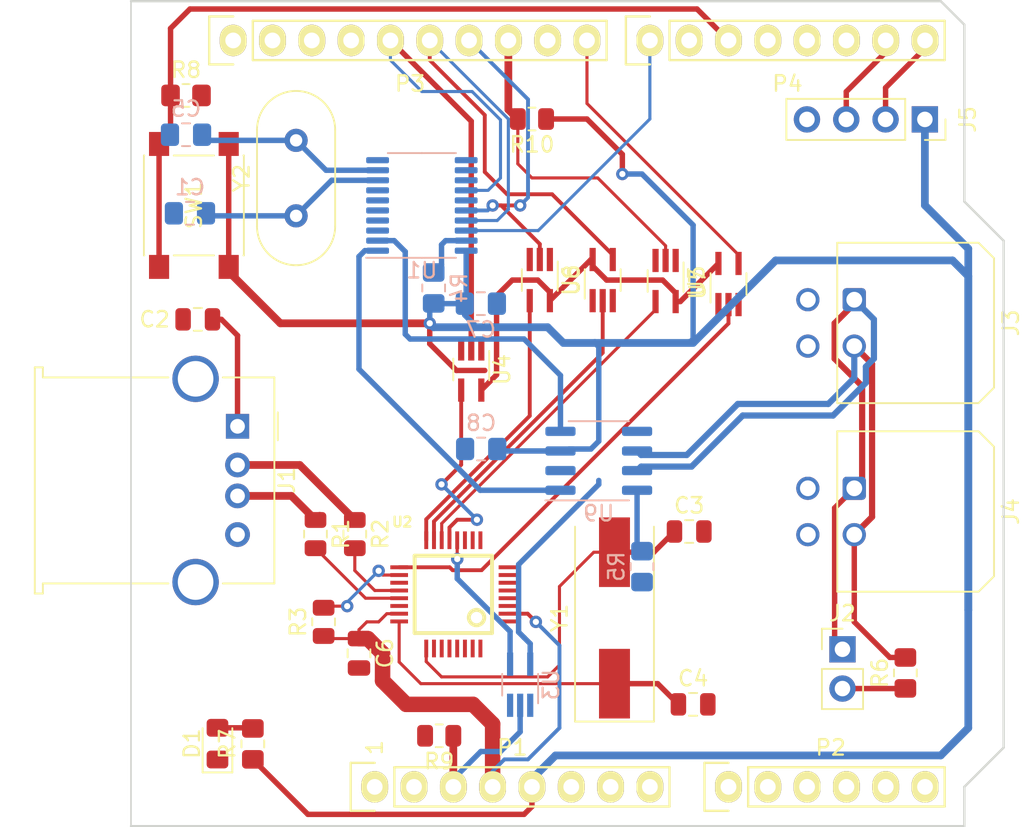
<source format=kicad_pcb>
(kicad_pcb (version 20211014) (generator pcbnew)
  (layers (0 "F.Cu" signal) (31 "B.Cu" signal) (34 "B.Paste" user) (35 "F.Paste" user) (36 "B.SilkS" user "B.Silkscreen") (37 "F.SilkS" user "F.Silkscreen") (38 "B.Mask" user) (39 "F.Mask" user) (44 "Edge.Cuts" user))
  (net 0 "")
  (net 1 "Net-(C1-Pad1)")
  (net 2 "GND")
  (net 3 "/USB_VBUS")
  (net 4 "/X0")
  (net 5 "/X1")
  (net 6 "Net-(C5-Pad1)")
  (net 7 "+3V3")
  (net 8 "+5V")
  (net 9 "Net-(D1-Pad2)")
  (net 10 "Net-(J1-Pad2)")
  (net 11 "Net-(J1-Pad3)")
  (net 13 "/CAN+")
  (net 14 "Net-(J2-Pad2)")
  (net 15 "/CAN-")
  (net 18 "/0(Rx)")
  (net 19 "/1(Tx)")
  (net 20 "Net-(R1-Pad2)")
  (net 21 "Net-(R2-Pad2)")
  (net 22 "Net-(R3-Pad2)")
  (net 23 "Net-(R4-Pad2)")
  (net 24 "Net-(R5-Pad1)")
  (net 25 "/5(**)")
  (net 26 "/Reset")
  (net 27 "/10(**{slash}SS)")
  (net 28 "/CAN_Tx")
  (net 29 "/CAN_Rx")
  (net 38 "/13(SCK)")
  (net 40 "/11(**{slash}MOSI)")
  (net 41 "/12(MISO)")
  (net 42 "/7")
  (net 52 "/Res_3.3")
  (net 53 "/3.3_CLK")
  (net 54 "/3.3_SS")
  (net 55 "/3.3_MISO")
  (net 56 "/3.3_MOSI")
  (net 57 "/3.3_GPX")
  (net 67 "/8")
  (net 70 "/IOREF")
  (net 71 "/Vin")
  (net 72 "/A0")
  (net 73 "/A1")
  (net 74 "/A2")
  (net 75 "/A3")
  (net 76 "/A4(SDA)")
  (net 77 "/A5(SCL)")
  (net 80 "/AREF")
  (net 81 "/9(**)")
  (net 82 "/6(**)")
  (net 83 "/4")
  (net 84 "/3(**)")
  (net 85 "/2")
  (footprint "Crystal:Crystal_SMD_HC49-SD" (layer "F.Cu") (at 117.094 150.114 90)
    (fp_text reference "Y1")
    (fp_text value "Crystal_Small")
  )
  (footprint "Package_TO_SOT_SMD:SOT-353_SC-70-5_Handsoldering" (layer "F.Cu") (at 124.46 128.524 90)
    (fp_text reference "U7")
    (fp_text value "74LVC1G125")
  )
  (footprint "Capacitor_SMD:C_0805_2012Metric" (layer "F.Cu") (at 100.584 152.4 -90)
    (fp_text reference "C6")
    (fp_text value "100nF")
  )
  (footprint "Button_Switch_SMD:SW_Push_1P1T_NO_6x6mm_H9.5mm" (layer "F.Cu") (at 89.916 123.444 90)
    (fp_text reference "SW1")
    (fp_text value "User")
  )
  (footprint "Socket_Arduino_Uno:Socket_Strip_Arduino_1x10" (layer "F.Cu") (at 92.456 112.776)
    (fp_text reference "P3")
    (fp_text value "Digital")
  )
  (footprint "Socket_Arduino_Uno:Socket_Strip_Arduino_1x06" (layer "F.Cu") (at 124.46 161.036)
    (fp_text reference "P2")
    (fp_text value "Analog")
  )
  (footprint "Package_TO_SOT_SMD:SOT-353_SC-70-5_Handsoldering" (layer "F.Cu") (at 120.396 128.33 -90)
    (fp_text reference "U5")
    (fp_text value "74LVC1G125")
  )
  (footprint "Capacitor_SMD:C_0805_2012Metric" (layer "F.Cu") (at 90.17 130.81 180)
    (fp_text reference "C2")
    (fp_text value "4.7uF")
  )
  (footprint "Socket_Arduino_Uno:Socket_Strip_Arduino_1x08" (layer "F.Cu") (at 119.38 112.776)
    (fp_text reference "P4")
    (fp_text value "Digital")
  )
  (footprint "PolyuRobotics:TQFP32-5MM" (layer "F.Cu") (at 106.68 148.59 180)
    (fp_text reference "U2")
    (fp_text value "MAX3421E")
  )
  (footprint "Resistor_SMD:R_0805_2012Metric_Pad1.20x1.40mm_HandSolder" (layer "F.Cu") (at 135.89 153.67 90)
    (fp_text reference "R6")
    (fp_text value "120")
  )
  (footprint "Resistor_SMD:R_0805_2012Metric" (layer "F.Cu") (at 98.298 150.368 90)
    (fp_text reference "R3")
    (fp_text value "2.2K")
  )
  (footprint "Connector_Molex:Molex_Micro-Fit_3.0_43045-0400_2x02_P3.00mm_Horizontal" (layer "F.Cu") (at 132.588 141.732 -90)
    (fp_text reference "J4")
    (fp_text value "molex_3.0")
  )
  (footprint "Connector_Molex:Molex_Micro-Fit_3.0_43045-0400_2x02_P3.00mm_Horizontal" (layer "F.Cu") (at 132.588 129.54 -90)
    (fp_text reference "J3")
    (fp_text value "molex_3.0")
  )
  (footprint "Resistor_SMD:R_0805_2012Metric" (layer "F.Cu") (at 97.774 144.6925 -90)
    (fp_text reference "R1")
    (fp_text value "33")
  )
  (footprint "Connector_USB:USB_A_Molex_67643_Horizontal" (layer "F.Cu") (at 92.736 137.724 -90)
    (fp_text reference "J1")
    (fp_text value "USB_A")
  )
  (footprint "Package_TO_SOT_SMD:SOT-353_SC-70-5_Handsoldering" (layer "F.Cu") (at 116.332 128.27 90)
    (fp_text reference "U8")
    (fp_text value "74LVC1G125")
  )
  (footprint "Capacitor_SMD:C_0805_2012Metric" (layer "F.Cu") (at 121.92 144.526)
    (fp_text reference "C3")
    (fp_text value "18pF")
  )
  (footprint "Crystal:Crystal_HC49-U_Vertical" (layer "F.Cu") (at 96.52 124.116 90)
    (fp_text reference "Y2")
    (fp_text value "16MHz")
  )
  (footprint "Resistor_SMD:R_0805_2012Metric_Pad1.20x1.40mm_HandSolder" (layer "F.Cu") (at 89.408 116.332)
    (fp_text reference "R8")
    (fp_text value "10K")
  )
  (footprint "Resistor_SMD:R_0805_2012Metric" (layer "F.Cu") (at 100.314 144.6925 -90)
    (fp_text reference "R2")
    (fp_text value "33")
  )
  (footprint "LED_SMD:LED_0805_2012Metric_Pad1.15x1.40mm_HandSolder" (layer "F.Cu") (at 91.44 158.242 90)
    (fp_text reference "D1")
    (fp_text value "power")
  )
  (footprint "Resistor_SMD:R_0805_2012Metric" (layer "F.Cu") (at 111.76 117.856 180)
    (fp_text reference "R10")
    (fp_text value "10K")
  )
  (footprint "Connector_PinHeader_2.54mm:PinHeader_1x02_P2.54mm_Vertical" (layer "F.Cu") (at 131.826 152.141)
    (fp_text reference "J2")
    (fp_text value "jumper")
  )
  (footprint "Package_TO_SOT_SMD:SOT-353_SC-70-5_Handsoldering" (layer "F.Cu") (at 107.838 134.052 -90)
    (fp_text reference "U4")
    (fp_text value "74LVC1G125")
  )
  (footprint "Package_TO_SOT_SMD:SOT-353_SC-70-5_Handsoldering" (layer "F.Cu") (at 112.268 128.27 -90)
    (fp_text reference "U6")
    (fp_text value "74LVC1G125")
  )
  (footprint "Socket_Arduino_Uno:Socket_Strip_Arduino_1x08" (layer "F.Cu") (at 101.6 161.036)
    (fp_text reference "P1")
    (fp_text value "Power")
  )
  (footprint "Capacitor_SMD:C_0805_2012Metric" (layer "F.Cu") (at 122.174 155.702)
    (fp_text reference "C4")
    (fp_text value "18pF")
  )
  (footprint "Connector_PinSocket_2.54mm:PinSocket_1x04_P2.54mm_Vertical" (layer "F.Cu") (at 137.15 117.881 -90)
    (fp_text reference "J5")
    (fp_text value "UART2")
  )
  (footprint "Resistor_SMD:R_0805_2012Metric" (layer "F.Cu") (at 105.7675 157.734 180)
    (fp_text reference "R9")
    (fp_text value "10K")
  )
  (footprint "Resistor_SMD:R_0805_2012Metric_Pad1.20x1.40mm_HandSolder" (layer "F.Cu") (at 93.726 158.258 90)
    (fp_text reference "R7")
    (fp_text value "10K")
  )
  (footprint "Capacitor_SMD:C_0805_2012Metric_Pad1.18x1.45mm_HandSolder" (layer "B.Cu") (at 89.662 123.952 180)
    (fp_text reference "C1")
    (fp_text value "22pF")
  )
  (footprint "Capacitor_SMD:C_0805_2012Metric_Pad1.18x1.45mm_HandSolder" (layer "B.Cu") (at 89.408 118.872 180)
    (fp_text reference "C5")
    (fp_text value "22pF")
  )
  (footprint "Package_TO_SOT_SMD:SOT-353_SC-70-5_Handsoldering" (layer "B.Cu") (at 110.998 154.432 90)
    (fp_text reference "U3")
    (fp_text value "74LVC1G125")
  )
  (footprint "Package_SO:TSSOP-20_4.4x6.5mm_P0.65mm" (layer "B.Cu") (at 104.648 123.444)
    (fp_text reference "U1")
    (fp_text value "MCP2515-xST")
  )
  (footprint "Package_SO:SOIC-8_3.9x4.9mm_P1.27mm" (layer "B.Cu") (at 116.078 139.954)
    (fp_text reference "U9")
    (fp_text value "MCP2551-I-SN")
  )
  (footprint "Capacitor_SMD:C_0805_2012Metric_Pad1.18x1.45mm_HandSolder" (layer "B.Cu") (at 108.458 129.794)
    (fp_text reference "C7")
    (fp_text value "100nF")
  )
  (footprint "Capacitor_SMD:C_0805_2012Metric_Pad1.18x1.45mm_HandSolder" (layer "B.Cu") (at 108.4795 139.192 180)
    (fp_text reference "C8")
    (fp_text value "100nF")
  )
  (footprint "Resistor_SMD:R_0805_2012Metric_Pad1.20x1.40mm_HandSolder" (layer "B.Cu") (at 118.872 146.796 -90)
    (fp_text reference "R5")
    (fp_text value "17K")
  )
  (footprint "Resistor_SMD:R_0805_2012Metric_Pad1.20x1.40mm_HandSolder" (layer "B.Cu") (at 105.41 128.778 90)
    (fp_text reference "R4")
    (fp_text value "10K")
  )
  (gr_line (start 139.7 161.036) (end 142.24 158.496) (layer "Edge.Cuts") (width 0.15))
  (gr_line (start 142.24 125.73) (end 139.7 123.19) (layer "Edge.Cuts") (width 0.15))
  (gr_line (start 139.7 163.576) (end 139.7 161.036) (layer "Edge.Cuts") (width 0.15))
  (gr_line (start 139.7 111.76) (end 138.176 110.236) (layer "Edge.Cuts") (width 0.15))
  (gr_line (start 85.852 110.236) (end 85.852 163.576) (layer "Edge.Cuts") (width 0.1))
  (gr_line (start 139.7 123.19) (end 139.7 111.76) (layer "Edge.Cuts") (width 0.15))
  (gr_line (start 138.176 110.236) (end 85.852 110.236) (layer "Edge.Cuts") (width 0.15))
  (gr_line (start 142.24 158.496) (end 142.24 125.73) (layer "Edge.Cuts") (width 0.15))
  (gr_line (start 85.852 163.576) (end 139.7 163.576) (layer "Edge.Cuts") (width 0.15))
  (gr_text "1" (at 101.6 158.496 90) (layer "F.SilkS") (effects (font (size 1 1))))
  (segment (start 90.6995 123.952) (end 90.8635 124.116) (width 0.35) (layer "B.Cu") (net 1))
  (segment (start 96.52 124.116) (end 98.817 121.819) (width 0.35) (layer "B.Cu") (net 1))
  (segment (start 98.817 121.819) (end 101.7855 121.819) (width 0.35) (layer "B.Cu") (net 1))
  (segment (start 90.8635 124.116) (end 96.52 124.116) (width 0.35) (layer "B.Cu") (net 1))
  (segment (start 91.694 130.81) (end 92.736 131.852) (width 0.35) (layer "F.Cu") (net 3))
  (segment (start 91.12 130.81) (end 91.694 130.81) (width 0.35) (layer "F.Cu") (net 3))
  (segment (start 92.736 131.852) (end 92.736 137.724) (width 0.35) (layer "F.Cu") (net 3))
  (segment (start 105.918 153.924) (end 112.776 153.924) (width 0.2) (layer "F.Cu") (net 4))
  (segment (start 113.538 153.162) (end 113.538 148.082) (width 0.2) (layer "F.Cu") (net 4))
  (segment (start 120.97 144.526) (end 119.632 145.864) (width 0.35) (layer "F.Cu") (net 4))
  (segment (start 113.538 148.082) (end 115.756 145.864) (width 0.2) (layer "F.Cu") (net 4))
  (segment (start 112.776 153.924) (end 113.538 153.162) (width 0.2) (layer "F.Cu") (net 4))
  (segment (start 104.93 152.09) (end 104.93 152.936) (width 0.2) (layer "F.Cu") (net 4))
  (segment (start 104.93 152.936) (end 105.918 153.924) (width 0.2) (layer "F.Cu") (net 4))
  (segment (start 119.632 145.864) (end 117.094 145.864) (width 0.35) (layer "F.Cu") (net 4))
  (segment (start 115.756 145.864) (end 117.094 145.864) (width 0.2) (layer "F.Cu") (net 4))
  (segment (start 104.58 154.364) (end 117.094 154.364) (width 0.2) (layer "F.Cu") (net 5))
  (segment (start 121.224 155.702) (end 119.886 154.364) (width 0.35) (layer "F.Cu") (net 5))
  (segment (start 103.18 152.964) (end 104.58 154.364) (width 0.2) (layer "F.Cu") (net 5))
  (segment (start 103.18 150.34) (end 103.18 152.964) (width 0.2) (layer "F.Cu") (net 5))
  (segment (start 119.886 154.364) (end 117.094 154.364) (width 0.35) (layer "F.Cu") (net 5))
  (segment (start 98.453 121.169) (end 101.7855 121.169) (width 0.35) (layer "B.Cu") (net 6))
  (segment (start 90.4455 118.872) (end 90.8095 119.236) (width 0.35) (layer "B.Cu") (net 6))
  (segment (start 96.52 119.236) (end 98.453 121.169) (width 0.35) (layer "B.Cu") (net 6))
  (segment (start 90.8095 119.236) (end 96.52 119.236) (width 0.35) (layer "B.Cu") (net 6))
  (segment (start 102.382478 149.84) (end 101.854478 150.368) (width 0.2) (layer "F.Cu") (net 7))
  (segment (start 111.486 149.84) (end 112.014 150.368) (width 0.25) (layer "F.Cu") (net 7))
  (segment (start 109.22 156.972) (end 107.95 155.702) (width 1) (layer "F.Cu") (net 7))
  (segment (start 100.584 150.876) (end 100.584 151.45) (width 0.2) (layer "F.Cu") (net 7))
  (segment (start 107.95 155.702) (end 103.632 155.702) (width 1) (layer "F.Cu") (net 7))
  (segment (start 102.108 154.178) (end 102.108 152.4) (width 1) (layer "F.Cu") (net 7))
  (segment (start 98.4675 151.45) (end 98.298 151.2805) (width 0.2) (layer "F.Cu") (net 7))
  (segment (start 101.092 150.368) (end 100.584 150.876) (width 0.2) (layer "F.Cu") (net 7))
  (segment (start 109.22 161.036) (end 109.22 156.972) (width 1) (layer "F.Cu") (net 7))
  (segment (start 101.158 151.45) (end 100.584 151.45) (width 1) (layer "F.Cu") (net 7))
  (segment (start 100.584 151.45) (end 98.4675 151.45) (width 0.2) (layer "F.Cu") (net 7))
  (segment (start 103.18 149.84) (end 102.382478 149.84) (width 0.2) (layer "F.Cu") (net 7))
  (segment (start 103.632 155.702) (end 102.108 154.178) (width 1) (layer "F.Cu") (net 7))
  (segment (start 101.854478 150.368) (end 101.092 150.368) (width 0.2) (layer "F.Cu") (net 7))
  (segment (start 102.108 152.4) (end 101.158 151.45) (width 1) (layer "F.Cu") (net 7))
  (segment (start 110.18 149.84) (end 111.486 149.84) (width 0.25) (layer "F.Cu") (net 7))
  (via (at 112.014 150.368) (size 0.8) (drill 0.4) (layers "F.Cu" "B.Cu") (net 7))
  (segment (start 109.22 160.02) (end 109.22 161.036) (width 0.25) (layer "B.Cu") (net 7))
  (segment (start 113.538 157.226) (end 111.506 159.258) (width 0.25) (layer "B.Cu") (net 7))
  (segment (start 111.506 159.258) (end 109.982 159.258) (width 0.25) (layer "B.Cu") (net 7))
  (segment (start 109.982 159.258) (end 109.22 160.02) (width 0.25) (layer "B.Cu") (net 7))
  (segment (start 113.538 151.892) (end 113.538 157.226) (width 0.25) (layer "B.Cu") (net 7))
  (segment (start 112.014 150.368) (end 113.538 151.892) (width 0.25) (layer "B.Cu") (net 7))
  (segment (start 112.138 128.27) (end 110.49 128.27) (width 0.35) (layer "F.Cu") (net 8))
  (segment (start 112.918 129.6) (end 112.918 129.05) (width 0.35) (layer "F.Cu") (net 8))
  (segment (start 112.918 129.05) (end 112.138 128.27) (width 0.35) (layer "F.Cu") (net 8))
  (segment (start 115.682 126.94) (end 115.578 126.94) (width 0.35) (layer "F.Cu") (net 8))
  (segment (start 92.166 127.419) (end 92.166 127.726) (width 0.5) (layer "F.Cu") (net 8))
  (segment (start 106.878978 134.112) (end 108.712 134.112) (width 0.35) (layer "F.Cu") (net 8))
  (segment (start 116.586 128.27) (end 115.682 127.366) (width 0.35) (layer "F.Cu") (net 8))
  (segment (start 109.474 134.396) (end 108.488 135.382) (width 0.35) (layer "F.Cu") (net 8))
  (segment (start 92.166 127.419) (end 92.166 127.472) (width 0.35) (layer "F.Cu") (net 8))
  (segment (start 92.166 127.726) (end 95.504 131.064) (width 0.5) (layer "F.Cu") (net 8))
  (segment (start 97.282 162.814) (end 93.726 159.258) (width 0.35) (layer "F.Cu") (net 8))
  (segment (start 121.344 129.66) (end 121.046 129.66) (width 0.35) (layer "F.Cu") (net 8))
  (segment (start 111.76 161.036) (end 111.76 162.306) (width 0.35) (layer "F.Cu") (net 8))
  (segment (start 115.682 127.366) (end 115.682 126.94) (width 0.35) (layer "F.Cu") (net 8))
  (segment (start 117.602 121.412) (end 117.602 120.142) (width 0.35) (layer "F.Cu") (net 8))
  (segment (start 105.156 132.389022) (end 106.878978 134.112) (width 0.35) (layer "F.Cu") (net 8))
  (segment (start 111.252 162.814) (end 97.282 162.814) (width 0.35) (layer "F.Cu") (net 8))
  (segment (start 123.81 127.194) (end 121.344 129.66) (width 0.35) (layer "F.Cu") (net 8))
  (segment (start 110.49 128.27) (end 109.474 129.286) (width 0.35) (layer "F.Cu") (net 8))
  (segment (start 95.504 131.064) (end 105.156 131.064) (width 0.5) (layer "F.Cu") (net 8))
  (segment (start 117.602 120.142) (end 115.316 117.856) (width 0.35) (layer "F.Cu") (net 8))
  (segment (start 120.206 128.27) (end 116.586 128.27) (width 0.35) (layer "F.Cu") (net 8))
  (segment (start 115.578 126.94) (end 112.918 129.6) (width 0.35) (layer "F.Cu") (net 8))
  (segment (start 121.046 129.11) (end 120.206 128.27) (width 0.35) (layer "F.Cu") (net 8))
  (segment (start 92.166 119.469) (end 92.166 127.419) (width 0.35) (layer "F.Cu") (net 8))
  (segment (start 111.76 162.306) (end 111.252 162.814) (width 0.35) (layer "F.Cu") (net 8))
  (segment (start 109.474 129.286) (end 109.474 134.396) (width 0.35) (layer "F.Cu") (net 8))
  (segment (start 121.046 129.66) (end 121.046 129.11) (width 0.35) (layer "F.Cu") (net 8))
  (segment (start 105.156 131.064) (end 105.156 132.389022) (width 0.35) (layer "F.Cu") (net 8))
  (segment (start 115.316 117.856) (end 112.6725 117.856) (width 0.35) (layer "F.Cu") (net 8))
  (via (at 105.156 131.064) (size 0.8) (drill 0.4) (layers "F.Cu" "B.Cu") (net 8))
  (via (at 117.602 121.412) (size 0.8) (drill 0.4) (layers "F.Cu" "B.Cu") (net 8))
  (segment (start 111.252 151.384) (end 110.89752 151.02952) (width 0.35) (layer "B.Cu") (net 8))
  (segment (start 121.92 132.334) (end 122.174 132.334) (width 0.5) (layer "B.Cu") (net 8))
  (segment (start 110.89752 151.02952) (end 110.89752 146.65848) (width 0.35) (layer "B.Cu") (net 8))
  (segment (start 110.89752 146.65848) (end 113.284 144.272) (width 0.35) (layer "B.Cu") (net 8))
  (segment (start 116.078 138.684) (end 115.57 139.192) (width 0.35) (layer "B.Cu") (net 8))
  (segment (start 115.824 132.334) (end 113.792 132.334) (width 0.5) (layer "B.Cu") (net 8))
  (segment (start 137.15 123.434) (end 139.954 126.238) (width 0.5) (layer "B.Cu") (net 8))
  (segment (start 107.5105 126.369) (end 107.5105 129.704) (width 0.35) (layer "B.Cu") (net 8))
  (segment (start 105.156 130.032) (end 105.41 129.778) (width 0.35) (layer "B.Cu") (net 8))
  (segment (start 127.508 127) (end 138.938 127) (width 0.5) (layer "B.Cu") (net 8))
  (segment (start 139.954 126.238) (end 139.954 149.606) (width 0.5) (layer "B.Cu") (net 8))
  (segment (start 121.92 132.334) (end 115.824 132.334) (width 0.5) (layer "B.Cu") (net 8))
  (segment (start 122.174 132.334) (end 127.508 127) (width 0.5) (layer "B.Cu") (net 8))
  (segment (start 114.049783 139.319) (end 113.603 139.319) (width 0.35) (layer "B.Cu") (net 8))
  (segment (start 118.872 121.412) (end 117.602 121.412) (width 0.35) (layer "B.Cu") (net 8))
  (segment (start 115.57 139.192) (end 114.176783 139.192) (width 0.35) (layer "B.Cu") (net 8))
  (segment (start 113.284 144.272) (end 116.078 141.478) (width 0.35) (layer "B.Cu") (net 8))
  (segment (start 105.426 129.794) (end 105.41 129.778) (width 0.35) (layer "B.Cu") (net 8))
  (segment (start 105.156 131.064) (end 105.156 130.032) (width 0.35) (layer "B.Cu") (net 8))
  (segment (start 111.648 151.78) (end 111.252 151.384) (width 0.35) (layer "B.Cu") (net 8))
  (segment (start 107.5105 129.704) (end 107.4205 129.794) (width 0.35) (layer "B.Cu") (net 8))
  (segment (start 138.938 127) (end 139.954 128.016) (width 0.5) (layer "B.Cu") (net 8))
  (segment (start 122.174 132.08) (end 122.174 124.714) (width 0.35) (layer "B.Cu") (net 8))
  (segment (start 122.174 124.714) (end 118.872 121.412) (width 0.35) (layer "B.Cu") (net 8))
  (segment (start 111.648 153.102) (end 111.648 151.78) (width 0.35) (layer "B.Cu") (net 8))
  (segment (start 139.954 128.016) (end 139.954 149.606) (width 0.5) (layer "B.Cu") (net 8))
  (segment (start 139.954 149.606) (end 139.954 157.226) (width 0.5) (layer "B.Cu") (net 8))
  (segment (start 112.776 131.318) (end 105.41 131.318) (width 0.5) (layer "B.Cu") (net 8))
  (segment (start 137.15 117.881) (end 137.15 123.434) (width 0.5) (layer "B.Cu") (net 8))
  (segment (start 121.92 132.334) (end 122.174 132.08) (width 0.35) (layer "B.Cu") (net 8))
  (segment (start 139.954 157.226) (end 138.176 159.004) (width 0.5) (layer "B.Cu") (net 8))
  (segment (start 109.644 139.319) (end 113.603 139.319) (width 0.35) (layer "B.Cu") (net 8))
  (segment (start 111.76 160.528) (end 111.76 161.036) (width 0.5) (layer "B.Cu") (net 8))
  (segment (start 138.176 159.004) (end 113.284 159.004) (width 0.5) (layer "B.Cu") (net 8))
  (segment (start 107.4205 129.794) (end 105.426 129.794) (width 0.35) (layer "B.Cu") (net 8))
  (segment (start 115.824 132.334) (end 116.078 132.588) (width 0.35) (layer "B.Cu") (net 8))
  (segment (start 116.078 141.478) (end 116.078 141.224) (width 0.35) (layer "B.Cu") (net 8))
  (segment (start 108.204 131.318) (end 107.4205 130.5345) (width 0.35) (layer "B.Cu") (net 8))
  (segment (start 105.41 131.318) (end 105.156 131.064) (width 0.5) (layer "B.Cu") (net 8))
  (segment (start 113.792 132.334) (end 112.776 131.318) (width 0.5) (layer "B.Cu") (net 8))
  (segment (start 116.078 132.588) (end 116.078 138.684) (width 0.35) (layer "B.Cu") (net 8))
  (segment (start 114.176783 139.192) (end 114.049783 139.319) (width 0.35) (layer "B.Cu") (net 8))
  (segment (start 109.517 139.192) (end 109.644 139.319) (width 0.35) (layer "B.Cu") (net 8))
  (segment (start 107.4205 130.5345) (end 107.4205 129.794) (width 0.35) (layer "B.Cu") (net 8))
  (segment (start 113.284 159.004) (end 111.76 160.528) (width 0.5) (layer "B.Cu") (net 8))
  (segment (start 91.44 157.217) (end 93.685 157.217) (width 0.35) (layer "F.Cu") (net 9))
  (segment (start 93.685 157.217) (end 93.726 157.258) (width 0.35) (layer "F.Cu") (net 9))
  (segment (start 100.314 143.78) (end 96.758 140.224) (width 0.5) (layer "F.Cu") (net 10))
  (segment (start 100.314 143.78) (end 100.044 143.51) (width 0.5) (layer "F.Cu") (net 10))
  (segment (start 96.758 140.224) (end 92.736 140.224) (width 0.5) (layer "F.Cu") (net 10))
  (segment (start 92.736 142.224) (end 96.218 142.224) (width 0.5) (layer "F.Cu") (net 11))
  (segment (start 98.044 143.51) (end 97.774 143.78) (width 0.5) (layer "F.Cu") (net 11))
  (segment (start 96.218 142.224) (end 97.774 143.78) (width 0.5) (layer "F.Cu") (net 11))
  (segment (start 131.826 152.141) (end 131.318 151.633) (width 0.35) (layer "F.Cu") (net 13))
  (segment (start 132.588 129.794) (end 131.318 131.064) (width 0.4) (layer "F.Cu") (net 13))
  (segment (start 133.096 141.224) (end 132.588 141.732) (width 0.4) (layer "F.Cu") (net 13))
  (segment (start 131.318 143.002) (end 132.588 141.732) (width 0.35) (layer "F.Cu") (net 13))
  (segment (start 132.588 129.54) (end 132.588 129.794) (width 0.4) (layer "F.Cu") (net 13))
  (segment (start 133.096 135.128) (end 133.096 141.224) (width 0.4) (layer "F.Cu") (net 13))
  (segment (start 131.318 133.35) (end 133.096 135.128) (width 0.4) (layer "F.Cu") (net 13))
  (segment (start 131.318 151.633) (end 131.318 143.002) (width 0.35) (layer "F.Cu") (net 13))
  (segment (start 131.318 131.064) (end 131.318 133.35) (width 0.4) (layer "F.Cu") (net 13))
  (segment (start 118.812999 140.329001) (end 122.075331 140.329001) (width 0.4) (layer "B.Cu") (net 13))
  (segment (start 118.553 140.589) (end 118.812999 140.329001) (width 0.4) (layer "B.Cu") (net 13))
  (segment (start 133.858 130.81) (end 132.588 129.54) (width 0.4) (layer "B.Cu") (net 13))
  (segment (start 131.219332 137.027) (end 133.338 134.908332) (width 0.4) (layer "B.Cu") (net 13))
  (segment (start 133.338 134.908332) (end 133.338 133.87) (width 0.4) (layer "B.Cu") (net 13))
  (segment (start 122.075331 140.329001) (end 125.377332 137.027) (width 0.4) (layer "B.Cu") (net 13))
  (segment (start 125.377332 137.027) (end 131.219332 137.027) (width 0.4) (layer "B.Cu") (net 13))
  (segment (start 133.338 133.87) (end 133.858 133.35) (width 0.4) (layer "B.Cu") (net 13))
  (segment (start 133.858 133.35) (end 133.858 130.81) (width 0.4) (layer "B.Cu") (net 13))
  (segment (start 135.89 154.67) (end 135.879 154.681) (width 0.35) (layer "F.Cu") (net 14))
  (segment (start 135.879 154.681) (end 131.826 154.681) (width 0.35) (layer "F.Cu") (net 14))
  (segment (start 132.588 150.368) (end 132.588 144.732) (width 0.35) (layer "F.Cu") (net 15))
  (segment (start 132.588 132.54) (end 133.73752 133.68952) (width 0.4) (layer "F.Cu") (net 15))
  (segment (start 133.73752 143.58248) (end 132.588 144.732) (width 0.4) (layer "F.Cu") (net 15))
  (segment (start 133.73752 133.68952) (end 133.73752 143.58248) (width 0.4) (layer "F.Cu") (net 15))
  (segment (start 134.89 152.67) (end 132.588 150.368) (width 0.35) (layer "F.Cu") (net 15))
  (segment (start 135.89 152.67) (end 134.89 152.67) (width 0.35) (layer "F.Cu") (net 15))
  (segment (start 118.812999 139.578999) (end 121.764669 139.578999) (width 0.4) (layer "B.Cu") (net 15))
  (segment (start 125.066668 136.277) (end 130.908668 136.277) (width 0.4) (layer "B.Cu") (net 15))
  (segment (start 121.764669 139.578999) (end 125.066668 136.277) (width 0.4) (layer "B.Cu") (net 15))
  (segment (start 130.908668 136.277) (end 132.588 134.597668) (width 0.4) (layer "B.Cu") (net 15))
  (segment (start 118.553 139.319) (end 118.812999 139.578999) (width 0.4) (layer "B.Cu") (net 15))
  (segment (start 132.588 134.597668) (end 132.588 132.54) (width 0.4) (layer "B.Cu") (net 15))
  (segment (start 137.16 113.284) (end 134.61 115.834) (width 0.35) (layer "F.Cu") (net 18))
  (segment (start 137.16 112.776) (end 137.16 113.284) (width 0.35) (layer "F.Cu") (net 18))
  (segment (start 134.61 115.834) (end 134.61 117.881) (width 0.35) (layer "F.Cu") (net 18))
  (segment (start 134.62 112.776) (end 134.62 113.538) (width 0.35) (layer "F.Cu") (net 19))
  (segment (start 132.07 116.088) (end 132.07 117.881) (width 0.35) (layer "F.Cu") (net 19))
  (segment (start 134.62 113.538) (end 132.07 116.088) (width 0.35) (layer "F.Cu") (net 19))
  (segment (start 97.774 145.605) (end 101.009 148.84) (width 0.2) (layer "F.Cu") (net 20))
  (segment (start 101.009 148.84) (end 103.18 148.84) (width 0.2) (layer "F.Cu") (net 20))
  (segment (start 100.314 147.05) (end 101.604 148.34) (width 0.2) (layer "F.Cu") (net 21))
  (segment (start 100.314 145.605) (end 100.314 147.05) (width 0.2) (layer "F.Cu") (net 21))
  (segment (start 101.604 148.34) (end 103.18 148.34) (width 0.2) (layer "F.Cu") (net 21))
  (segment (start 98.4015 149.352) (end 98.298 149.4555) (width 0.2) (layer "F.Cu") (net 22))
  (segment (start 99.822 149.352) (end 98.4015 149.352) (width 0.2) (layer "F.Cu") (net 22))
  (segment (start 102.128 147.34) (end 101.854 147.066) (width 0.2) (layer "F.Cu") (net 22))
  (segment (start 103.18 147.34) (end 102.128 147.34) (width 0.2) (layer "F.Cu") (net 22))
  (via (at 101.854 147.066) (size 0.8) (drill 0.4) (layers "F.Cu" "B.Cu") (net 22))
  (via (at 99.822 149.352) (size 0.8) (drill 0.4) (layers "F.Cu" "B.Cu") (net 22))
  (segment (start 99.822 149.098) (end 99.822 149.352) (width 0.2) (layer "B.Cu") (net 22))
  (segment (start 101.854 147.066) (end 99.822 149.098) (width 0.2) (layer "B.Cu") (net 22))
  (segment (start 106.183 125.719) (end 107.5105 125.719) (width 0.35) (layer "B.Cu") (net 23))
  (segment (start 105.918 125.984) (end 105.918 127.27) (width 0.35) (layer "B.Cu") (net 23))
  (segment (start 105.918 127.27) (end 105.41 127.778) (width 0.35) (layer "B.Cu") (net 23))
  (segment (start 105.918 125.984) (end 106.183 125.719) (width 0.35) (layer "B.Cu") (net 23))
  (segment (start 118.553 145.477) (end 118.872 145.796) (width 0.35) (layer "B.Cu") (net 24))
  (segment (start 118.553 141.859) (end 118.553 145.477) (width 0.35) (layer "B.Cu") (net 24))
  (segment (start 87.666 127.419) (end 87.666 119.469) (width 0.35) (layer "F.Cu") (net 25))
  (segment (start 88.408 118.727) (end 87.666 119.469) (width 0.35) (layer "F.Cu") (net 25))
  (segment (start 89.662 110.744) (end 122.428 110.744) (width 0.35) (layer "F.Cu") (net 25))
  (segment (start 88.408 116.332) (end 88.408 111.998) (width 0.35) (layer "F.Cu") (net 25))
  (segment (start 88.408 116.332) (end 88.408 118.727) (width 0.35) (layer "F.Cu") (net 25))
  (segment (start 122.428 110.744) (end 124.46 112.776) (width 0.35) (layer "F.Cu") (net 25))
  (segment (start 88.408 111.998) (end 89.662 110.744) (width 0.35) (layer "F.Cu") (net 25))
  (segment (start 106.68 157.734) (end 106.68 161.036) (width 0.5) (layer "F.Cu") (net 26))
  (segment (start 109.728 158.75) (end 108.458 158.75) (width 0.35) (layer "B.Cu") (net 26))
  (segment (start 110.998 157.48) (end 109.728 158.75) (width 0.35) (layer "B.Cu") (net 26))
  (segment (start 110.998 155.762) (end 110.998 157.48) (width 0.35) (layer "B.Cu") (net 26))
  (segment (start 108.458 158.75) (end 106.68 160.528) (width 0.35) (layer "B.Cu") (net 26))
  (segment (start 106.68 160.528) (end 106.68 161.036) (width 0.35) (layer "B.Cu") (net 26))
  (segment (start 111.76 121.666) (end 110.8475 120.7535) (width 0.2) (layer "F.Cu") (net 27))
  (segment (start 120.396 126.05) (end 116.012 121.666) (width 0.2) (layer "F.Cu") (net 27))
  (segment (start 110.236 117.2445) (end 110.8475 117.856) (width 0.5) (layer "F.Cu") (net 27))
  (segment (start 110.8475 120.7535) (end 110.8475 117.856) (width 0.2) (layer "F.Cu") (net 27))
  (segment (start 120.396 127) (end 120.396 126.05) (width 0.2) (layer "F.Cu") (net 27))
  (segment (start 110.236 112.776) (end 110.236 117.2445) (width 0.5) (layer "F.Cu") (net 27))
  (segment (start 116.012 121.666) (end 111.76 121.666) (width 0.2) (layer "F.Cu") (net 27))
  (segment (start 108.413296 141.859) (end 100.584 134.029704) (width 0.35) (layer "B.Cu") (net 28))
  (segment (start 113.603 141.859) (end 108.413296 141.859) (width 0.35) (layer "B.Cu") (net 28))
  (segment (start 100.961 126.369) (end 101.7855 126.369) (width 0.35) (layer "B.Cu") (net 28))
  (segment (start 100.584 134.029704) (end 100.584 126.746) (width 0.35) (layer "B.Cu") (net 28))
  (segment (start 100.584 126.746) (end 100.961 126.369) (width 0.35) (layer "B.Cu") (net 28))
  (segment (start 102.859 125.719) (end 101.7855 125.719) (width 0.35) (layer "B.Cu") (net 29))
  (segment (start 111.252 132.08) (end 103.886 132.08) (width 0.35) (layer "B.Cu") (net 29))
  (segment (start 113.603 134.431) (end 111.252 132.08) (width 0.35) (layer "B.Cu") (net 29))
  (segment (start 103.57348 131.76748) (end 103.57348 126.43348) (width 0.35) (layer "B.Cu") (net 29))
  (segment (start 113.603 138.049) (end 113.603 134.431) (width 0.35) (layer "B.Cu") (net 29))
  (segment (start 103.57348 126.43348) (end 102.859 125.719) (width 0.35) (layer "B.Cu") (net 29))
  (segment (start 103.886 132.08) (end 103.57348 131.76748) (width 0.35) (layer "B.Cu") (net 29))
  (segment (start 107.838 132.722) (end 107.838 117.998) (width 0.35) (layer "F.Cu") (net 38))
  (segment (start 107.838 117.998) (end 102.616 112.776) (width 0.35) (layer "F.Cu") (net 38))
  (segment (start 104.648 116.078) (end 107.892994 116.078) (width 0.2) (layer "B.Cu") (net 38))
  (segment (start 102.616 112.776) (end 102.616 114.046) (width 0.2) (layer "B.Cu") (net 38))
  (segment (start 102.616 114.046) (end 104.648 116.078) (width 0.2) (layer "B.Cu") (net 38))
  (segment (start 109.728 121.666) (end 108.925 122.469) (width 0.2) (layer "B.Cu") (net 38))
  (segment (start 108.925 122.469) (end 107.5105 122.469) (width 0.2) (layer "B.Cu") (net 38))
  (segment (start 109.728 117.913006) (end 109.728 121.666) (width 0.2) (layer "B.Cu") (net 38))
  (segment (start 107.892994 116.078) (end 109.728 117.913006) (width 0.2) (layer "B.Cu") (net 38))
  (segment (start 112.268 125.94) (end 109.772 123.444) (width 0.25) (layer "F.Cu") (net 40))
  (segment (start 110.998 123.444) (end 109.22 123.444) (width 0.25) (layer "F.Cu") (net 40))
  (segment (start 109.772 123.444) (end 109.22 123.444) (width 0.25) (layer "F.Cu") (net 40))
  (segment (start 112.268 126.94) (end 112.268 125.94) (width 0.25) (layer "F.Cu") (net 40))
  (via (at 110.998 123.444) (size 0.8) (drill 0.4) (layers "F.Cu" "B.Cu") (net 40))
  (via (at 109.22 123.444) (size 0.8) (drill 0.4) (layers "F.Cu" "B.Cu") (net 40))
  (segment (start 109.22 123.444) (end 108.895 123.769) (width 0.25) (layer "B.Cu") (net 40))
  (segment (start 110.998 123.444) (end 111.506 122.936) (width 0.25) (layer "B.Cu") (net 40))
  (segment (start 108.895 123.769) (end 107.5105 123.769) (width 0.25) (layer "B.Cu") (net 40))
  (segment (start 111.506 116.586) (end 107.696 112.776) (width 0.25) (layer "B.Cu") (net 40))
  (segment (start 111.506 122.936) (end 111.506 116.586) (width 0.25) (layer "B.Cu") (net 40))
  (segment (start 108.712 117.602) (end 105.156 114.046) (width 0.25) (layer "F.Cu") (net 41))
  (segment (start 116.982 126.640978) (end 113.060511 122.719489) (width 0.25) (layer "F.Cu") (net 41))
  (segment (start 108.712 121.280693) (end 108.712 117.602) (width 0.25) (layer "F.Cu") (net 41))
  (segment (start 113.060511 122.719489) (end 110.150796 122.719489) (width 0.25) (layer "F.Cu") (net 41))
  (segment (start 105.156 114.046) (end 105.156 112.776) (width 0.25) (layer "F.Cu") (net 41))
  (segment (start 116.982 126.94) (end 116.982 126.640978) (width 0.25) (layer "F.Cu") (net 41))
  (segment (start 110.150796 122.719489) (end 108.712 121.280693) (width 0.25) (layer "F.Cu") (net 41))
  (segment (start 109.515 124.419) (end 107.5105 124.419) (width 0.2) (layer "B.Cu") (net 41))
  (segment (start 110.236 117.856) (end 110.236 123.698) (width 0.2) (layer "B.Cu") (net 41))
  (segment (start 105.156 112.776) (end 110.236 117.856) (width 0.2) (layer "B.Cu") (net 41))
  (segment (start 110.236 123.698) (end 109.515 124.419) (width 0.2) (layer "B.Cu") (net 41))
  (segment (start 112.167 125.069) (end 107.5105 125.069) (width 0.2) (layer "B.Cu") (net 42))
  (segment (start 119.38 112.776) (end 119.38 117.856) (width 0.2) (layer "B.Cu") (net 42))
  (segment (start 119.38 117.856) (end 112.167 125.069) (width 0.2) (layer "B.Cu") (net 42))
  (segment (start 106.934 146.304) (end 106.93 146.3) (width 0.2) (layer "F.Cu") (net 52))
  (segment (start 106.93 146.3) (end 106.93 145.09) (width 0.2) (layer "F.Cu") (net 52))
  (via (at 106.934 146.304) (size 0.8) (drill 0.4) (layers "F.Cu" "B.Cu") (net 52))
  (segment (start 106.934 146.304) (end 106.934 147.574) (width 0.35) (layer "B.Cu") (net 52))
  (segment (start 106.934 147.574) (end 110.348 150.988) (width 0.35) (layer "B.Cu") (net 52))
  (segment (start 110.348 150.988) (end 110.348 153.102) (width 0.35) (layer "B.Cu") (net 52))
  (segment (start 108.204 143.764) (end 106.934 143.764) (width 0.25) (layer "F.Cu") (net 53))
  (segment (start 106.43 144.268) (end 106.43 145.09) (width 0.25) (layer "F.Cu") (net 53))
  (segment (start 107.188 135.382) (end 107.188 140.208) (width 0.25) (layer "F.Cu") (net 53))
  (segment (start 106.934 143.764) (end 106.43 144.268) (width 0.25) (layer "F.Cu") (net 53))
  (segment (start 107.188 140.208) (end 105.918 141.478) (width 0.25) (layer "F.Cu") (net 53))
  (via (at 105.918 141.478) (size 0.8) (drill 0.4) (layers "F.Cu" "B.Cu") (net 53))
  (via (at 108.204 143.764) (size 0.8) (drill 0.4) (layers "F.Cu" "B.Cu") (net 53))
  (segment (start 108.204 143.764) (end 105.918 141.478) (width 0.25) (layer "B.Cu") (net 53))
  (segment (start 105.93 145.09) (end 105.93 144.006) (width 0.2) (layer "F.Cu") (net 54))
  (segment (start 105.93 144.006) (end 119.746 130.19) (width 0.2) (layer "F.Cu") (net 54))
  (segment (start 119.746 130.19) (end 119.746 129.66) (width 0.2) (layer "F.Cu") (net 54))
  (segment (start 116.332 129.6) (end 116.332 132.969718) (width 0.25) (layer "F.Cu") (net 55))
  (segment (start 116.332 132.969718) (end 105.43 143.871718) (width 0.25) (layer "F.Cu") (net 55))
  (segment (start 105.43 143.871718) (end 105.43 145.09) (width 0.25) (layer "F.Cu") (net 55))
  (segment (start 111.618 129.6) (end 111.618 137.048) (width 0.25) (layer "F.Cu") (net 56))
  (segment (start 111.618 137.048) (end 104.93 143.736) (width 0.25) (layer "F.Cu") (net 56))
  (segment (start 104.93 143.736) (end 104.93 145.09) (width 0.25) (layer "F.Cu") (net 56))
  (segment (start 106.633897 147.028511) (end 106.445386 146.84) (width 0.25) (layer "F.Cu") (net 57))
  (segment (start 108.504103 147.028511) (end 106.633897 147.028511) (width 0.25) (layer "F.Cu") (net 57))
  (segment (start 124.46 129.854) (end 124.46 131.072614) (width 0.25) (layer "F.Cu") (net 57))
  (segment (start 124.46 131.072614) (end 108.504103 147.028511) (width 0.25) (layer "F.Cu") (net 57))
  (segment (start 106.445386 146.84) (end 103.18 146.84) (width 0.25) (layer "F.Cu") (net 57))
  (segment (start 125.11 127.194) (end 125.11 126.644) (width 0.2) (layer "F.Cu") (net 67))
  (segment (start 115.316 116.85) (end 115.316 112.776) (width 0.2) (layer "F.Cu") (net 67))
  (segment (start 125.11 126.644) (end 115.316 116.85) (width 0.2) (layer "F.Cu") (net 67))
)
</source>
